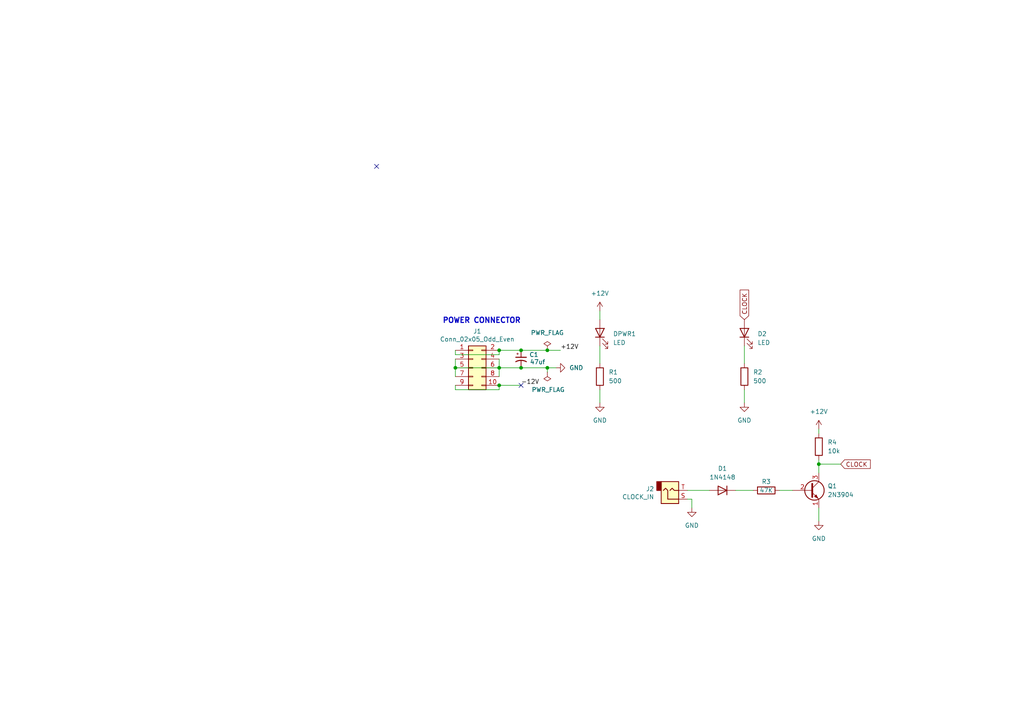
<source format=kicad_sch>
(kicad_sch (version 20211123) (generator eeschema)
  (paper "A4")
  (lib_symbols
    (symbol "Connector:AudioJack2"
      (property "Reference" "J" (at 0 8.89 0))
      (property "Value" "AudioJack2" (at 0 6.35 0))
      (symbol "AudioJack2_0_1"
        (rectangle (start -3.81 0) (end -2.54 -2.54) (stroke (width 0.254)) (fill (type outline)))
        (rectangle (start -2.54 3.81) (end 2.54 -2.54) (stroke (width 0.254)) (fill (type background)))
        (polyline (pts (xy 0 0) (xy 0.635 -0.635) (xy 1.27 0) (xy 2.54 0)) (stroke (width 0.254)))
        (polyline (pts (xy 2.54 2.54) (xy -0.635 2.54) (xy -0.635 0) (xy -1.27 -0.635) (xy -1.905 0)) (stroke (width 0.254)))
      )
      (symbol "AudioJack2_1_1"
        (pin passive line (at 5.08 2.54 180) (length 2.54) (name "~") (number "S"))
        (pin passive line (at 5.08 0 180) (length 2.54) (name "~") (number "T"))
      )
    )
    (symbol "Connector_Generic:Conn_02x05_Odd_Even" (pin_names (offset 1.016) hide)
      (property "Reference" "J" (at 1.27 7.62 0))
      (property "Value" "Conn_02x05_Odd_Even" (at 1.27 -7.62 0))
      (symbol "Conn_02x05_Odd_Even_1_1"
        (rectangle (start -1.27 -4.953) (end 0 -5.207) (stroke (width 0.1524)))
        (rectangle (start -1.27 -2.413) (end 0 -2.667) (stroke (width 0.1524)))
        (rectangle (start -1.27 0.127) (end 0 -0.127) (stroke (width 0.1524)))
        (rectangle (start -1.27 2.667) (end 0 2.413) (stroke (width 0.1524)))
        (rectangle (start -1.27 5.207) (end 0 4.953) (stroke (width 0.1524)))
        (rectangle (start -1.27 6.35) (end 3.81 -6.35) (stroke (width 0.254)) (fill (type background)))
        (rectangle (start 3.81 -4.953) (end 2.54 -5.207) (stroke (width 0.1524)))
        (rectangle (start 3.81 -2.413) (end 2.54 -2.667) (stroke (width 0.1524)))
        (rectangle (start 3.81 0.127) (end 2.54 -0.127) (stroke (width 0.1524)))
        (rectangle (start 3.81 2.667) (end 2.54 2.413) (stroke (width 0.1524)))
        (rectangle (start 3.81 5.207) (end 2.54 4.953) (stroke (width 0.1524)))
        (pin passive line (at -5.08 5.08 0) (length 3.81) (name "Pin_1") (number "1"))
        (pin passive line (at 7.62 -5.08 180) (length 3.81) (name "Pin_10") (number "10"))
        (pin passive line (at 7.62 5.08 180) (length 3.81) (name "Pin_2") (number "2"))
        (pin passive line (at -5.08 2.54 0) (length 3.81) (name "Pin_3") (number "3"))
        (pin passive line (at 7.62 2.54 180) (length 3.81) (name "Pin_4") (number "4"))
        (pin passive line (at -5.08 0 0) (length 3.81) (name "Pin_5") (number "5"))
        (pin passive line (at 7.62 0 180) (length 3.81) (name "Pin_6") (number "6"))
        (pin passive line (at -5.08 -2.54 0) (length 3.81) (name "Pin_7") (number "7"))
        (pin passive line (at 7.62 -2.54 180) (length 3.81) (name "Pin_8") (number "8"))
        (pin passive line (at -5.08 -5.08 0) (length 3.81) (name "Pin_9") (number "9"))
      )
    )
    (symbol "Device:C_Polarized_Small_US" (pin_numbers hide) (pin_names (offset 0.254) hide)
      (property "Reference" "C" (at 0.254 1.778 0))
      (property "Value" "C_Polarized_Small_US" (at 0.254 -2.032 0))
      (symbol "C_Polarized_Small_US_0_1"
        (polyline (pts (xy -1.524 0.508) (xy 1.524 0.508)) (stroke (width 0.3048)))
        (polyline (pts (xy -1.27 1.524) (xy -0.762 1.524)))
        (polyline (pts (xy -1.016 1.27) (xy -1.016 1.778)))
        (arc (start 1.524 -0.762) (mid 0 -0.3734) (end -1.524 -0.762) (stroke (width 0.3048)))
      )
      (symbol "C_Polarized_Small_US_1_1"
        (pin passive line (at 0 2.54 270) (length 2.032) (name "~") (number "1"))
        (pin passive line (at 0 -2.54 90) (length 2.032) (name "~") (number "2"))
      )
    )
    (symbol "Device:D" (pin_numbers hide) (pin_names (offset 1.016) hide)
      (property "Reference" "D" (at 0 2.54 0))
      (property "Value" "D" (at 0 -2.54 0))
      (symbol "D_0_1"
        (polyline (pts (xy -1.27 1.27) (xy -1.27 -1.27)) (stroke (width 0.254)))
        (polyline (pts (xy 1.27 0) (xy -1.27 0)))
        (polyline (pts (xy 1.27 1.27) (xy 1.27 -1.27) (xy -1.27 0) (xy 1.27 1.27)) (stroke (width 0.254)))
      )
      (symbol "D_1_1"
        (pin passive line (at -3.81 0 0) (length 2.54) (name "K") (number "1"))
        (pin passive line (at 3.81 0 180) (length 2.54) (name "A") (number "2"))
      )
    )
    (symbol "Device:LED" (pin_numbers hide) (pin_names (offset 1.016) hide)
      (property "Reference" "D" (at 0 2.54 0))
      (property "Value" "LED" (at 0 -2.54 0))
      (symbol "LED_0_1"
        (polyline (pts (xy -1.27 -1.27) (xy -1.27 1.27)) (stroke (width 0.254)))
        (polyline (pts (xy -1.27 0) (xy 1.27 0)))
        (polyline (pts (xy 1.27 -1.27) (xy 1.27 1.27) (xy -1.27 0) (xy 1.27 -1.27)) (stroke (width 0.254)))
        (polyline (pts (xy -3.048 -0.762) (xy -4.572 -2.286) (xy -3.81 -2.286) (xy -4.572 -2.286) (xy -4.572 -1.524)))
        (polyline (pts (xy -1.778 -0.762) (xy -3.302 -2.286) (xy -2.54 -2.286) (xy -3.302 -2.286) (xy -3.302 -1.524)))
      )
      (symbol "LED_1_1"
        (pin passive line (at -3.81 0 0) (length 2.54) (name "K") (number "1"))
        (pin passive line (at 3.81 0 180) (length 2.54) (name "A") (number "2"))
      )
    )
    (symbol "Device:R" (pin_numbers hide) (pin_names (offset 0))
      (property "Reference" "R" (at 2.032 0 90))
      (property "Value" "R" (at 0 0 90))
      (symbol "R_0_1"
        (rectangle (start -1.016 -2.54) (end 1.016 2.54) (stroke (width 0.254)))
      )
      (symbol "R_1_1"
        (pin passive line (at 0 3.81 270) (length 1.27) (name "~") (number "1"))
        (pin passive line (at 0 -3.81 90) (length 1.27) (name "~") (number "2"))
      )
    )
    (symbol "Transistor_BJT:2N3904" (pin_names (offset 0) hide)
      (property "Reference" "Q" (at 5.08 1.905 0))
      (property "Value" "2N3904" (at 5.08 0 0))
      (symbol "2N3904_0_1"
        (polyline (pts (xy 0.635 0.635) (xy 2.54 2.54)))
        (polyline (pts (xy 0.635 -0.635) (xy 2.54 -2.54) (xy 2.54 -2.54)))
        (polyline (pts (xy 0.635 1.905) (xy 0.635 -1.905) (xy 0.635 -1.905)) (stroke (width 0.508)))
        (polyline (pts (xy 1.27 -1.778) (xy 1.778 -1.27) (xy 2.286 -2.286) (xy 1.27 -1.778) (xy 1.27 -1.778)) (fill (type outline)))
        (circle (center 1.27 0) (radius 2.8194) (stroke (width 0.254)))
      )
      (symbol "2N3904_1_1"
        (pin passive line (at 2.54 -5.08 90) (length 2.54) (name "E") (number "1"))
        (pin passive line (at -5.08 0 0) (length 5.715) (name "B") (number "2"))
        (pin passive line (at 2.54 5.08 270) (length 2.54) (name "C") (number "3"))
      )
    )
    (symbol "power:+12V" (power) (pin_names (offset 0))
      (property "Value" "+12V" (at 0 3.556 0))
      (symbol "+12V_0_1"
        (polyline (pts (xy -0.762 1.27) (xy 0 2.54)))
        (polyline (pts (xy 0 0) (xy 0 2.54)))
        (polyline (pts (xy 0 2.54) (xy 0.762 1.27)))
      )
      (symbol "+12V_1_1"
        (pin power_in line (at 0 0 90) (length 0) hide (name "+12V") (number "1"))
      )
    )
    (symbol "power:GND" (power) (pin_names (offset 0))
      (property "Value" "GND" (at 0 -3.81 0))
      (symbol "GND_0_1"
        (polyline (pts (xy 0 0) (xy 0 -1.27) (xy 1.27 -1.27) (xy 0 -2.54) (xy -1.27 -1.27) (xy 0 -1.27)))
      )
      (symbol "GND_1_1"
        (pin power_in line (at 0 0 270) (length 0) hide (name "GND") (number "1"))
      )
    )
    (symbol "power:PWR_FLAG" (power) (pin_numbers hide) (pin_names (offset 0) hide)
      (property "Value" "PWR_FLAG" (at 0 3.81 0))
      (symbol "PWR_FLAG_0_0"
        (pin power_out line (at 0 0 90) (length 0) (name "pwr") (number "1"))
      )
      (symbol "PWR_FLAG_0_1"
        (polyline (pts (xy 0 0) (xy 0 1.27) (xy -1.016 1.905) (xy 0 2.54) (xy 1.016 1.905) (xy 0 1.27)))
      )
    )
  )
  (junction (at 151.13 106.68))
  (junction (at 237.49 134.62))
  (junction (at 151.13 101.6))
  (junction (at 144.78 101.6))
  (junction (at 132.08 106.68))
  (junction (at 144.78 111.76))
  (junction (at 158.75 106.68))
  (junction (at 158.75 101.6))
  (junction (at 144.78 106.68))
  (no_connect (at 151.13 111.76))
  (no_connect (at 109.22 48.26))
  (wire (pts (xy 132.08 113.03) (xy 132.08 111.76)))
  (wire (pts (xy 132.08 109.22) (xy 132.08 106.68)))
  (wire (pts (xy 237.49 134.62) (xy 237.49 133.35)))
  (wire (pts (xy 144.78 104.14) (xy 144.78 106.68)))
  (wire (pts (xy 144.78 102.87) (xy 132.08 102.87)))
  (wire (pts (xy 199.39 144.78) (xy 200.66 144.78)))
  (wire (pts (xy 237.49 147.32) (xy 237.49 151.13)))
  (wire (pts (xy 151.13 106.68) (xy 144.78 106.68)))
  (wire (pts (xy 158.75 106.68) (xy 151.13 106.68)))
  (wire (pts (xy 144.78 101.6) (xy 144.78 102.87)))
  (wire (pts (xy 158.75 107.95) (xy 158.75 106.68)))
  (wire (pts (xy 218.44 142.24) (xy 213.36 142.24)))
  (wire (pts (xy 173.99 90.17) (xy 173.99 92.71)))
  (wire (pts (xy 237.49 137.16) (xy 237.49 134.62)))
  (wire (pts (xy 158.75 101.6) (xy 162.56 101.6)))
  (wire (pts (xy 229.87 142.24) (xy 226.06 142.24)))
  (wire (pts (xy 144.78 111.76) (xy 151.13 111.76)))
  (wire (pts (xy 151.13 101.6) (xy 158.75 101.6)))
  (wire (pts (xy 173.99 100.33) (xy 173.99 105.41)))
  (wire (pts (xy 200.66 144.78) (xy 200.66 147.32)))
  (wire (pts (xy 144.78 113.03) (xy 132.08 113.03)))
  (wire (pts (xy 144.78 111.76) (xy 144.78 113.03)))
  (wire (pts (xy 132.08 104.14) (xy 132.08 106.68)))
  (wire (pts (xy 144.78 101.6) (xy 151.13 101.6)))
  (wire (pts (xy 205.74 142.24) (xy 199.39 142.24)))
  (wire (pts (xy 237.49 124.46) (xy 237.49 125.73)))
  (wire (pts (xy 144.78 109.22) (xy 144.78 106.68)))
  (wire (pts (xy 243.84 134.62) (xy 237.49 134.62)))
  (wire (pts (xy 173.99 113.03) (xy 173.99 116.84)))
  (wire (pts (xy 215.9 116.84) (xy 215.9 113.03)))
  (wire (pts (xy 132.08 106.68) (xy 144.78 106.68)))
  (wire (pts (xy 161.29 106.68) (xy 158.75 106.68)))
  (wire (pts (xy 132.08 102.87) (xy 132.08 101.6)))
  (wire (pts (xy 215.9 100.33) (xy 215.9 105.41)))
  (text "POWER CONNECTOR" (at 151.13 93.98 180) (effects (font (size 1.524 1.524) (thickness 0.3048) bold) (justify right bottom)))
  (label "+12V" (at 162.56 101.6 0))
  (label "-12V" (at 151.13 111.76 0))
  (global_label "CLOCK" (shape input) (at 215.9 92.71 90) (property "Intersheet References" "${INTERSHEET_REFS}" (effects hide)))
  (global_label "CLOCK" (shape input) (at 243.84 134.62 0) (property "Intersheet References" "${INTERSHEET_REFS}" (effects hide)))
  (symbol (lib_id "power:GND") (at 173.99 116.84 0) (unit 1)
    (property "Reference" "#PWR?" (effects hide))
    (property "Value" "GND" (at 173.99 121.92 0))
  )
  (symbol (lib_id "Device:R") (at 173.99 109.22 0) (unit 1)
    (property "Reference" "R1" (at 176.53 107.9499 0) (effects (justify left)))
    (property "Value" "500" (at 176.53 110.4899 0) (effects (justify left)))
    (property "Footprint" "Resistor_THT:R_Axial_DIN0204_L3.6mm_D1.6mm_P5.08mm_Horizontal" (effects hide))
  )
  (symbol (lib_id "power:GND") (at 215.9 116.84 0) (unit 1)
    (property "Reference" "#PWR?" (effects hide))
    (property "Value" "GND" (at 215.9 121.92 0))
  )
  (symbol (lib_id "Device:LED") (at 173.99 96.52 90) (unit 1)
    (property "Reference" "DPWR1" (at 177.8 96.8374 90) (effects (justify right)))
    (property "Value" "LED" (at 177.8 99.3774 90) (effects (justify right)))
    (property "Footprint" "LED_THT:LED_D3.0mm" (effects hide))
  )
  (symbol (lib_id "power:GND") (at 237.49 151.13 0) (unit 1)
    (property "Reference" "#PWR06" (effects hide))
    (property "Value" "GND" (at 237.49 156.21 0))
  )
  (symbol (lib_id "Device:D") (at 209.55 142.24 180) (unit 1)
    (property "Reference" "D1" (at 209.55 135.89 0))
    (property "Value" "1N4148" (at 209.55 138.43 0))
    (property "Footprint" "Diode_THT:D_A-405_P7.62mm_Horizontal" (effects hide))
  )
  (symbol (lib_id "power:GND") (at 200.66 147.32 0) (unit 1)
    (property "Reference" "#PWR04" (effects hide))
    (property "Value" "GND" (at 200.66 152.4 0))
  )
  (symbol (lib_id "Device:LED") (at 215.9 96.52 90) (unit 1)
    (property "Reference" "D2" (at 219.71 96.8374 90) (effects (justify right)))
    (property "Value" "LED" (at 219.71 99.3774 90) (effects (justify right)))
    (property "Footprint" "LED_THT:LED_D3.0mm" (effects hide))
  )
  (symbol (lib_id "power:GND") (at 161.29 106.68 90) (unit 1)
    (property "Reference" "#PWR01" (effects hide))
    (property "Value" "GND" (at 165.1 106.6799 90) (effects (justify right)))
  )
  (symbol (lib_id "Device:R") (at 237.49 129.54 0) (unit 1)
    (property "Reference" "R4" (at 240.03 128.2699 0) (effects (justify left)))
    (property "Value" "10k" (at 240.03 130.8099 0) (effects (justify left)))
    (property "Footprint" "Resistor_THT:R_Axial_DIN0204_L3.6mm_D1.6mm_P5.08mm_Horizontal" (effects hide))
  )
  (symbol (lib_id "Transistor_BJT:2N3904") (at 234.95 142.24 0) (unit 1)
    (property "Reference" "Q1" (at 240.03 140.9699 0) (effects (justify left)))
    (property "Value" "2N3904" (at 240.03 143.5099 0) (effects (justify left)))
    (property "Footprint" "Package_TO_SOT_THT:TO-92_Inline" (effects hide))
    (property "Datasheet" "https://www.onsemi.com/pub/Collateral/2N3903-D.PDF" (effects hide))
  )
  (symbol (lib_id "power:PWR_FLAG") (at 158.75 107.95 0) (mirror x) (unit 1)
    (property "Reference" "#FLG02" (effects hide))
    (property "Value" "PWR_FLAG" (at 163.83 113.03 0) (effects (justify right)))
  )
  (symbol (lib_id "Device:C_Polarized_Small_US") (at 151.13 104.14 0) (unit 1)
    (property "Reference" "C1" (at 156.21 102.87 0) (effects (justify right)))
    (property "Value" "47uf" (at 153.67 104.9781 0) (effects (justify left)))
    (property "Footprint" "Capacitor_THT:CP_Radial_D6.3mm_P2.50mm" (effects hide))
  )
  (symbol (lib_id "Device:R") (at 222.25 142.24 270) (unit 1)
    (property "Reference" "R3" (at 222.25 139.7 90))
    (property "Value" "47K" (at 222.25 142.24 90))
    (property "Footprint" "Resistor_THT:R_Axial_DIN0204_L3.6mm_D1.6mm_P5.08mm_Horizontal" (effects hide))
  )
  (symbol (lib_id "power:PWR_FLAG") (at 158.75 101.6 0) (unit 1)
    (property "Reference" "#FLG01" (effects hide))
    (property "Value" "PWR_FLAG" (at 158.75 96.52 0))
  )
  (symbol (lib_id "power:+12V") (at 237.49 124.46 0) (unit 1)
    (property "Reference" "#PWR05" (effects hide))
    (property "Value" "+12V" (at 237.49 119.38 0))
  )
  (symbol (lib_id "Connector:AudioJack2") (at 194.31 142.24 0) (mirror x) (unit 1)
    (property "Reference" "J2" (at 189.738 141.8082 0) (effects (justify right)))
    (property "Value" "CLOCK_IN" (at 189.738 144.1196 0) (effects (justify right)))
    (property "Footprint" "Connector_Audio:Jack_3.5mm_QingPu_WQP-PJ398SM_Vertical_CircularHoles" (effects hide))
  )
  (symbol (lib_id "power:+12V") (at 173.99 90.17 0) (unit 1)
    (property "Reference" "#PWR02" (effects hide))
    (property "Value" "+12V" (at 173.99 85.09 0))
  )
  (symbol (lib_id "Connector_Generic:Conn_02x05_Odd_Even") (at 137.16 106.68 0) (unit 1)
    (property "Reference" "J1" (at 138.43 96.0882 0))
    (property "Value" "Conn_02x05_Odd_Even" (at 138.43 98.3996 0))
    (property "Footprint" "Connector_PinHeader_2.54mm:PinHeader_2x05_P2.54mm_Vertical" (effects hide))
  )
  (symbol (lib_id "Device:R") (at 215.9 109.22 0) (unit 1)
    (property "Reference" "R2" (at 218.44 107.9499 0) (effects (justify left)))
    (property "Value" "500" (at 218.44 110.4899 0) (effects (justify left)))
    (property "Footprint" "Resistor_THT:R_Axial_DIN0204_L3.6mm_D1.6mm_P5.08mm_Horizontal" (effects hide))
  )
)
</source>
